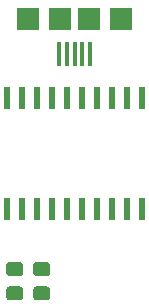
<source format=gbr>
G04 #@! TF.GenerationSoftware,KiCad,Pcbnew,5.0.2-bee76a0~70~ubuntu16.04.1*
G04 #@! TF.CreationDate,2019-07-30T14:23:51+02:00*
G04 #@! TF.ProjectId,hw-BOB-ATSAMD11D,68772d42-4f42-42d4-9154-53414d443131,rev?*
G04 #@! TF.SameCoordinates,Original*
G04 #@! TF.FileFunction,Paste,Top*
G04 #@! TF.FilePolarity,Positive*
%FSLAX46Y46*%
G04 Gerber Fmt 4.6, Leading zero omitted, Abs format (unit mm)*
G04 Created by KiCad (PCBNEW 5.0.2-bee76a0~70~ubuntu16.04.1) date Tue 30 Jul 2019 02:23:51 PM CEST*
%MOMM*%
%LPD*%
G01*
G04 APERTURE LIST*
%ADD10C,0.100000*%
%ADD11C,1.150000*%
%ADD12R,0.600000X1.950000*%
%ADD13R,1.897380X1.897380*%
%ADD14R,0.398780X2.000000*%
G04 APERTURE END LIST*
D10*
G04 #@! TO.C,D1*
G36*
X116044505Y-63806204D02*
X116068773Y-63809804D01*
X116092572Y-63815765D01*
X116115671Y-63824030D01*
X116137850Y-63834520D01*
X116158893Y-63847132D01*
X116178599Y-63861747D01*
X116196777Y-63878223D01*
X116213253Y-63896401D01*
X116227868Y-63916107D01*
X116240480Y-63937150D01*
X116250970Y-63959329D01*
X116259235Y-63982428D01*
X116265196Y-64006227D01*
X116268796Y-64030495D01*
X116270000Y-64054999D01*
X116270000Y-64705001D01*
X116268796Y-64729505D01*
X116265196Y-64753773D01*
X116259235Y-64777572D01*
X116250970Y-64800671D01*
X116240480Y-64822850D01*
X116227868Y-64843893D01*
X116213253Y-64863599D01*
X116196777Y-64881777D01*
X116178599Y-64898253D01*
X116158893Y-64912868D01*
X116137850Y-64925480D01*
X116115671Y-64935970D01*
X116092572Y-64944235D01*
X116068773Y-64950196D01*
X116044505Y-64953796D01*
X116020001Y-64955000D01*
X115119999Y-64955000D01*
X115095495Y-64953796D01*
X115071227Y-64950196D01*
X115047428Y-64944235D01*
X115024329Y-64935970D01*
X115002150Y-64925480D01*
X114981107Y-64912868D01*
X114961401Y-64898253D01*
X114943223Y-64881777D01*
X114926747Y-64863599D01*
X114912132Y-64843893D01*
X114899520Y-64822850D01*
X114889030Y-64800671D01*
X114880765Y-64777572D01*
X114874804Y-64753773D01*
X114871204Y-64729505D01*
X114870000Y-64705001D01*
X114870000Y-64054999D01*
X114871204Y-64030495D01*
X114874804Y-64006227D01*
X114880765Y-63982428D01*
X114889030Y-63959329D01*
X114899520Y-63937150D01*
X114912132Y-63916107D01*
X114926747Y-63896401D01*
X114943223Y-63878223D01*
X114961401Y-63861747D01*
X114981107Y-63847132D01*
X115002150Y-63834520D01*
X115024329Y-63824030D01*
X115047428Y-63815765D01*
X115071227Y-63809804D01*
X115095495Y-63806204D01*
X115119999Y-63805000D01*
X116020001Y-63805000D01*
X116044505Y-63806204D01*
X116044505Y-63806204D01*
G37*
D11*
X115570000Y-64380000D03*
D10*
G36*
X116044505Y-65856204D02*
X116068773Y-65859804D01*
X116092572Y-65865765D01*
X116115671Y-65874030D01*
X116137850Y-65884520D01*
X116158893Y-65897132D01*
X116178599Y-65911747D01*
X116196777Y-65928223D01*
X116213253Y-65946401D01*
X116227868Y-65966107D01*
X116240480Y-65987150D01*
X116250970Y-66009329D01*
X116259235Y-66032428D01*
X116265196Y-66056227D01*
X116268796Y-66080495D01*
X116270000Y-66104999D01*
X116270000Y-66755001D01*
X116268796Y-66779505D01*
X116265196Y-66803773D01*
X116259235Y-66827572D01*
X116250970Y-66850671D01*
X116240480Y-66872850D01*
X116227868Y-66893893D01*
X116213253Y-66913599D01*
X116196777Y-66931777D01*
X116178599Y-66948253D01*
X116158893Y-66962868D01*
X116137850Y-66975480D01*
X116115671Y-66985970D01*
X116092572Y-66994235D01*
X116068773Y-67000196D01*
X116044505Y-67003796D01*
X116020001Y-67005000D01*
X115119999Y-67005000D01*
X115095495Y-67003796D01*
X115071227Y-67000196D01*
X115047428Y-66994235D01*
X115024329Y-66985970D01*
X115002150Y-66975480D01*
X114981107Y-66962868D01*
X114961401Y-66948253D01*
X114943223Y-66931777D01*
X114926747Y-66913599D01*
X114912132Y-66893893D01*
X114899520Y-66872850D01*
X114889030Y-66850671D01*
X114880765Y-66827572D01*
X114874804Y-66803773D01*
X114871204Y-66779505D01*
X114870000Y-66755001D01*
X114870000Y-66104999D01*
X114871204Y-66080495D01*
X114874804Y-66056227D01*
X114880765Y-66032428D01*
X114889030Y-66009329D01*
X114899520Y-65987150D01*
X114912132Y-65966107D01*
X114926747Y-65946401D01*
X114943223Y-65928223D01*
X114961401Y-65911747D01*
X114981107Y-65897132D01*
X115002150Y-65884520D01*
X115024329Y-65874030D01*
X115047428Y-65865765D01*
X115071227Y-65859804D01*
X115095495Y-65856204D01*
X115119999Y-65855000D01*
X116020001Y-65855000D01*
X116044505Y-65856204D01*
X116044505Y-65856204D01*
G37*
D11*
X115570000Y-66430000D03*
G04 #@! TD*
D10*
G04 #@! TO.C,R3*
G36*
X118330505Y-63806204D02*
X118354773Y-63809804D01*
X118378572Y-63815765D01*
X118401671Y-63824030D01*
X118423850Y-63834520D01*
X118444893Y-63847132D01*
X118464599Y-63861747D01*
X118482777Y-63878223D01*
X118499253Y-63896401D01*
X118513868Y-63916107D01*
X118526480Y-63937150D01*
X118536970Y-63959329D01*
X118545235Y-63982428D01*
X118551196Y-64006227D01*
X118554796Y-64030495D01*
X118556000Y-64054999D01*
X118556000Y-64705001D01*
X118554796Y-64729505D01*
X118551196Y-64753773D01*
X118545235Y-64777572D01*
X118536970Y-64800671D01*
X118526480Y-64822850D01*
X118513868Y-64843893D01*
X118499253Y-64863599D01*
X118482777Y-64881777D01*
X118464599Y-64898253D01*
X118444893Y-64912868D01*
X118423850Y-64925480D01*
X118401671Y-64935970D01*
X118378572Y-64944235D01*
X118354773Y-64950196D01*
X118330505Y-64953796D01*
X118306001Y-64955000D01*
X117405999Y-64955000D01*
X117381495Y-64953796D01*
X117357227Y-64950196D01*
X117333428Y-64944235D01*
X117310329Y-64935970D01*
X117288150Y-64925480D01*
X117267107Y-64912868D01*
X117247401Y-64898253D01*
X117229223Y-64881777D01*
X117212747Y-64863599D01*
X117198132Y-64843893D01*
X117185520Y-64822850D01*
X117175030Y-64800671D01*
X117166765Y-64777572D01*
X117160804Y-64753773D01*
X117157204Y-64729505D01*
X117156000Y-64705001D01*
X117156000Y-64054999D01*
X117157204Y-64030495D01*
X117160804Y-64006227D01*
X117166765Y-63982428D01*
X117175030Y-63959329D01*
X117185520Y-63937150D01*
X117198132Y-63916107D01*
X117212747Y-63896401D01*
X117229223Y-63878223D01*
X117247401Y-63861747D01*
X117267107Y-63847132D01*
X117288150Y-63834520D01*
X117310329Y-63824030D01*
X117333428Y-63815765D01*
X117357227Y-63809804D01*
X117381495Y-63806204D01*
X117405999Y-63805000D01*
X118306001Y-63805000D01*
X118330505Y-63806204D01*
X118330505Y-63806204D01*
G37*
D11*
X117856000Y-64380000D03*
D10*
G36*
X118330505Y-65856204D02*
X118354773Y-65859804D01*
X118378572Y-65865765D01*
X118401671Y-65874030D01*
X118423850Y-65884520D01*
X118444893Y-65897132D01*
X118464599Y-65911747D01*
X118482777Y-65928223D01*
X118499253Y-65946401D01*
X118513868Y-65966107D01*
X118526480Y-65987150D01*
X118536970Y-66009329D01*
X118545235Y-66032428D01*
X118551196Y-66056227D01*
X118554796Y-66080495D01*
X118556000Y-66104999D01*
X118556000Y-66755001D01*
X118554796Y-66779505D01*
X118551196Y-66803773D01*
X118545235Y-66827572D01*
X118536970Y-66850671D01*
X118526480Y-66872850D01*
X118513868Y-66893893D01*
X118499253Y-66913599D01*
X118482777Y-66931777D01*
X118464599Y-66948253D01*
X118444893Y-66962868D01*
X118423850Y-66975480D01*
X118401671Y-66985970D01*
X118378572Y-66994235D01*
X118354773Y-67000196D01*
X118330505Y-67003796D01*
X118306001Y-67005000D01*
X117405999Y-67005000D01*
X117381495Y-67003796D01*
X117357227Y-67000196D01*
X117333428Y-66994235D01*
X117310329Y-66985970D01*
X117288150Y-66975480D01*
X117267107Y-66962868D01*
X117247401Y-66948253D01*
X117229223Y-66931777D01*
X117212747Y-66913599D01*
X117198132Y-66893893D01*
X117185520Y-66872850D01*
X117175030Y-66850671D01*
X117166765Y-66827572D01*
X117160804Y-66803773D01*
X117157204Y-66779505D01*
X117156000Y-66755001D01*
X117156000Y-66104999D01*
X117157204Y-66080495D01*
X117160804Y-66056227D01*
X117166765Y-66032428D01*
X117175030Y-66009329D01*
X117185520Y-65987150D01*
X117198132Y-65966107D01*
X117212747Y-65946401D01*
X117229223Y-65928223D01*
X117247401Y-65911747D01*
X117267107Y-65897132D01*
X117288150Y-65884520D01*
X117310329Y-65874030D01*
X117333428Y-65865765D01*
X117357227Y-65859804D01*
X117381495Y-65856204D01*
X117405999Y-65855000D01*
X118306001Y-65855000D01*
X118330505Y-65856204D01*
X118330505Y-65856204D01*
G37*
D11*
X117856000Y-66430000D03*
G04 #@! TD*
D12*
G04 #@! TO.C,U1*
X114935000Y-59310000D03*
X116205000Y-59310000D03*
X117475000Y-59310000D03*
X118745000Y-59310000D03*
X120015000Y-59310000D03*
X121285000Y-59310000D03*
X122555000Y-59310000D03*
X123825000Y-59310000D03*
X125095000Y-59310000D03*
X126365000Y-59310000D03*
X126365000Y-49910000D03*
X125095000Y-49910000D03*
X123825000Y-49910000D03*
X122555000Y-49910000D03*
X121285000Y-49910000D03*
X120015000Y-49910000D03*
X118745000Y-49910000D03*
X117475000Y-49910000D03*
X116205000Y-49910000D03*
X114935000Y-49910000D03*
G04 #@! TD*
D13*
G04 #@! TO.C,X4*
X121848880Y-43180000D03*
X119451120Y-43180000D03*
X116700300Y-43180000D03*
X124599700Y-43180000D03*
D14*
X121950480Y-46180000D03*
X121297700Y-46180000D03*
X120650000Y-46180000D03*
X120002300Y-46180000D03*
X119349520Y-46180000D03*
G04 #@! TD*
M02*

</source>
